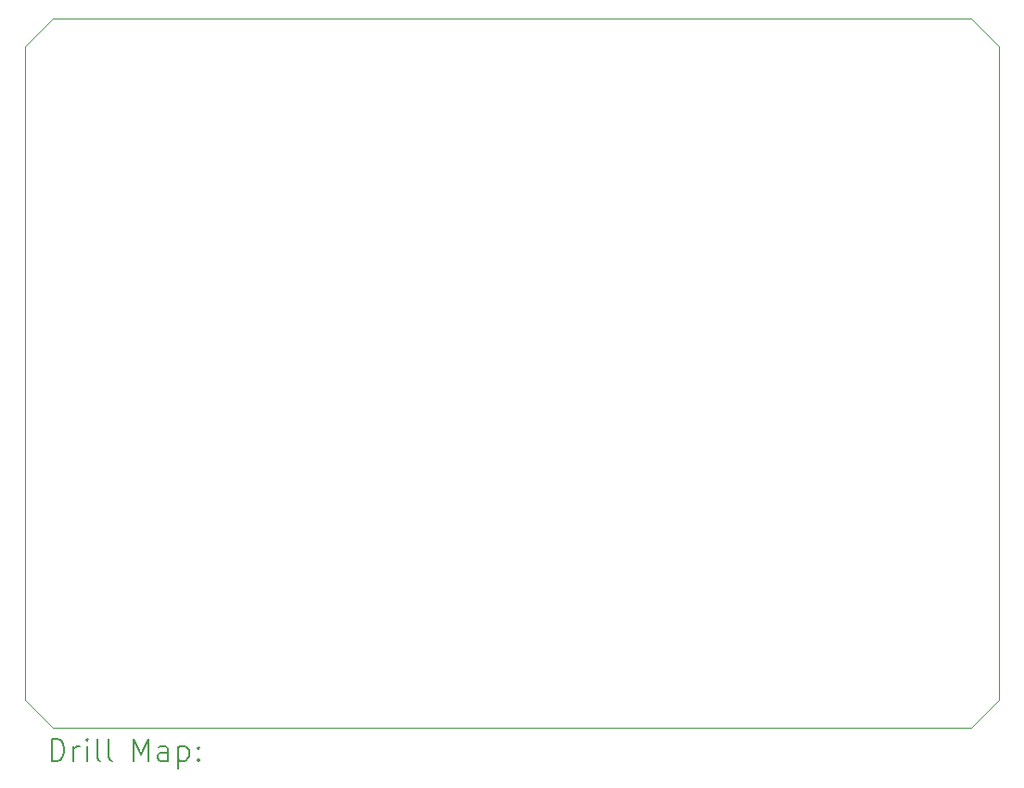
<source format=gbr>
%TF.GenerationSoftware,KiCad,Pcbnew,(7.0.0)*%
%TF.CreationDate,2023-02-28T15:15:28-06:00*%
%TF.ProjectId,Film_Dev_Robot,46696c6d-5f44-4657-965f-526f626f742e,rev?*%
%TF.SameCoordinates,Original*%
%TF.FileFunction,Drillmap*%
%TF.FilePolarity,Positive*%
%FSLAX45Y45*%
G04 Gerber Fmt 4.5, Leading zero omitted, Abs format (unit mm)*
G04 Created by KiCad (PCBNEW (7.0.0)) date 2023-02-28 15:15:28*
%MOMM*%
%LPD*%
G01*
G04 APERTURE LIST*
%ADD10C,0.100000*%
%ADD11C,0.200000*%
G04 APERTURE END LIST*
D10*
X6286500Y-5207000D02*
X6286500Y-11176000D01*
X6286500Y-5207000D02*
X6540500Y-4953000D01*
X14922500Y-11430000D02*
X15176500Y-11176000D01*
X14922500Y-4953000D02*
X15176500Y-5207000D01*
X6540500Y-4953000D02*
X14922500Y-4953000D01*
X6540500Y-11430000D02*
X14922500Y-11430000D01*
X15176500Y-5207000D02*
X15176500Y-11176000D01*
X6286500Y-11176000D02*
X6540500Y-11430000D01*
D11*
X6529119Y-11728476D02*
X6529119Y-11528476D01*
X6529119Y-11528476D02*
X6576738Y-11528476D01*
X6576738Y-11528476D02*
X6605309Y-11538000D01*
X6605309Y-11538000D02*
X6624357Y-11557048D01*
X6624357Y-11557048D02*
X6633881Y-11576095D01*
X6633881Y-11576095D02*
X6643405Y-11614190D01*
X6643405Y-11614190D02*
X6643405Y-11642762D01*
X6643405Y-11642762D02*
X6633881Y-11680857D01*
X6633881Y-11680857D02*
X6624357Y-11699905D01*
X6624357Y-11699905D02*
X6605309Y-11718952D01*
X6605309Y-11718952D02*
X6576738Y-11728476D01*
X6576738Y-11728476D02*
X6529119Y-11728476D01*
X6729119Y-11728476D02*
X6729119Y-11595143D01*
X6729119Y-11633238D02*
X6738643Y-11614190D01*
X6738643Y-11614190D02*
X6748167Y-11604667D01*
X6748167Y-11604667D02*
X6767214Y-11595143D01*
X6767214Y-11595143D02*
X6786262Y-11595143D01*
X6852928Y-11728476D02*
X6852928Y-11595143D01*
X6852928Y-11528476D02*
X6843405Y-11538000D01*
X6843405Y-11538000D02*
X6852928Y-11547524D01*
X6852928Y-11547524D02*
X6862452Y-11538000D01*
X6862452Y-11538000D02*
X6852928Y-11528476D01*
X6852928Y-11528476D02*
X6852928Y-11547524D01*
X6976738Y-11728476D02*
X6957690Y-11718952D01*
X6957690Y-11718952D02*
X6948167Y-11699905D01*
X6948167Y-11699905D02*
X6948167Y-11528476D01*
X7081500Y-11728476D02*
X7062452Y-11718952D01*
X7062452Y-11718952D02*
X7052928Y-11699905D01*
X7052928Y-11699905D02*
X7052928Y-11528476D01*
X7277690Y-11728476D02*
X7277690Y-11528476D01*
X7277690Y-11528476D02*
X7344357Y-11671333D01*
X7344357Y-11671333D02*
X7411024Y-11528476D01*
X7411024Y-11528476D02*
X7411024Y-11728476D01*
X7591976Y-11728476D02*
X7591976Y-11623714D01*
X7591976Y-11623714D02*
X7582452Y-11604667D01*
X7582452Y-11604667D02*
X7563405Y-11595143D01*
X7563405Y-11595143D02*
X7525309Y-11595143D01*
X7525309Y-11595143D02*
X7506262Y-11604667D01*
X7591976Y-11718952D02*
X7572928Y-11728476D01*
X7572928Y-11728476D02*
X7525309Y-11728476D01*
X7525309Y-11728476D02*
X7506262Y-11718952D01*
X7506262Y-11718952D02*
X7496738Y-11699905D01*
X7496738Y-11699905D02*
X7496738Y-11680857D01*
X7496738Y-11680857D02*
X7506262Y-11661809D01*
X7506262Y-11661809D02*
X7525309Y-11652286D01*
X7525309Y-11652286D02*
X7572928Y-11652286D01*
X7572928Y-11652286D02*
X7591976Y-11642762D01*
X7687214Y-11595143D02*
X7687214Y-11795143D01*
X7687214Y-11604667D02*
X7706262Y-11595143D01*
X7706262Y-11595143D02*
X7744357Y-11595143D01*
X7744357Y-11595143D02*
X7763405Y-11604667D01*
X7763405Y-11604667D02*
X7772928Y-11614190D01*
X7772928Y-11614190D02*
X7782452Y-11633238D01*
X7782452Y-11633238D02*
X7782452Y-11690381D01*
X7782452Y-11690381D02*
X7772928Y-11709428D01*
X7772928Y-11709428D02*
X7763405Y-11718952D01*
X7763405Y-11718952D02*
X7744357Y-11728476D01*
X7744357Y-11728476D02*
X7706262Y-11728476D01*
X7706262Y-11728476D02*
X7687214Y-11718952D01*
X7868167Y-11709428D02*
X7877690Y-11718952D01*
X7877690Y-11718952D02*
X7868167Y-11728476D01*
X7868167Y-11728476D02*
X7858643Y-11718952D01*
X7858643Y-11718952D02*
X7868167Y-11709428D01*
X7868167Y-11709428D02*
X7868167Y-11728476D01*
X7868167Y-11604667D02*
X7877690Y-11614190D01*
X7877690Y-11614190D02*
X7868167Y-11623714D01*
X7868167Y-11623714D02*
X7858643Y-11614190D01*
X7858643Y-11614190D02*
X7868167Y-11604667D01*
X7868167Y-11604667D02*
X7868167Y-11623714D01*
M02*

</source>
